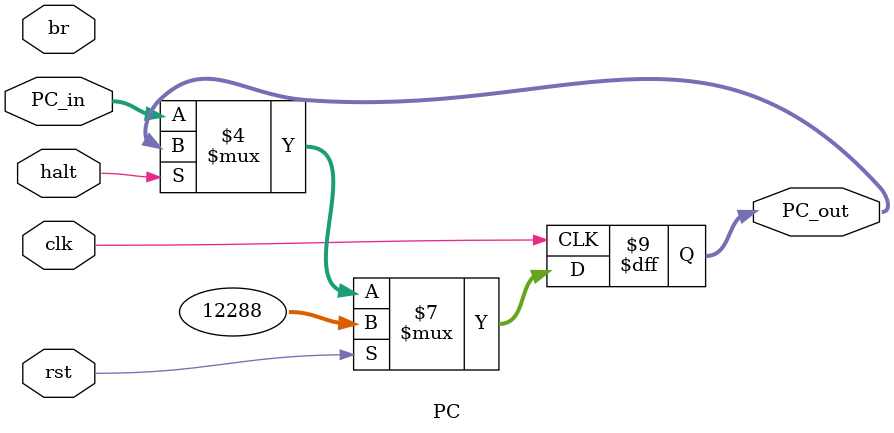
<source format=v>
`timescale 1ns / 1ps


module PC(
    input clk,
    input rst,
    input br,
    input halt,
    input [31:0] PC_in,
    output reg [31:0] PC_out
);
initial begin
    PC_out <= 32'h3000; //³õÊ¼µØÖ·0x3000
end

always@(posedge clk) begin
    if(rst) 
        PC_out <= 32'h3000; //»Øµ½³õÊ¼PC
    else if(halt) 
        PC_out <= PC_out; //Í£¶Ù
    else 
        PC_out <= PC_in;
end

endmodule

</source>
